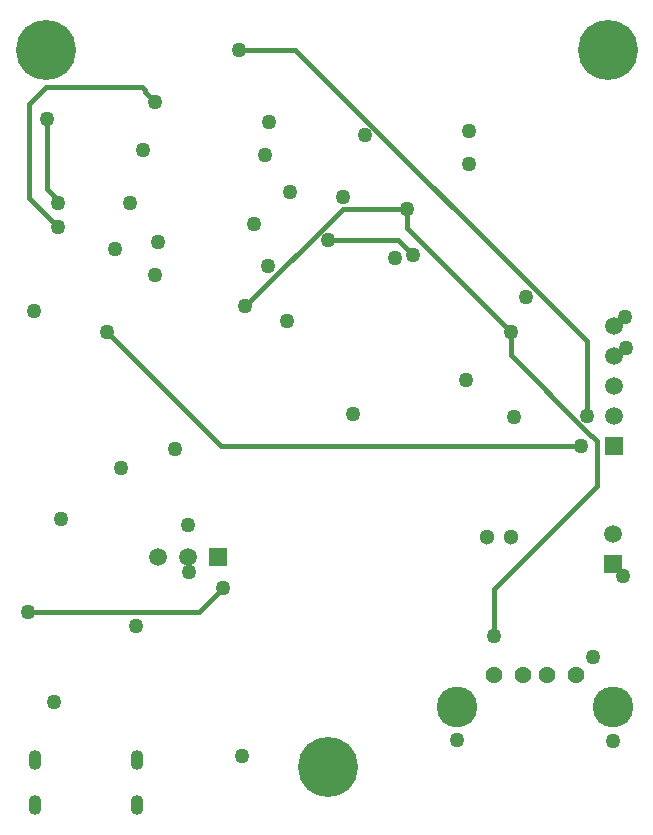
<source format=gbr>
G04*
G04 #@! TF.GenerationSoftware,Altium Limited,Altium Designer,25.2.1 (25)*
G04*
G04 Layer_Physical_Order=4*
G04 Layer_Color=16711680*
%FSLAX25Y25*%
%MOIN*%
G70*
G04*
G04 #@! TF.SameCoordinates,CDFB58AD-87DA-4B59-9970-4E5CFD4F10CE*
G04*
G04*
G04 #@! TF.FilePolarity,Positive*
G04*
G01*
G75*
G04:AMPARAMS|DCode=60|XSize=43.31mil|YSize=66.93mil|CornerRadius=21.65mil|HoleSize=0mil|Usage=FLASHONLY|Rotation=0.000|XOffset=0mil|YOffset=0mil|HoleType=Round|Shape=RoundedRectangle|*
%AMROUNDEDRECTD60*
21,1,0.04331,0.02362,0,0,0.0*
21,1,0.00000,0.06693,0,0,0.0*
1,1,0.04331,0.00000,-0.01181*
1,1,0.04331,0.00000,-0.01181*
1,1,0.04331,0.00000,0.01181*
1,1,0.04331,0.00000,0.01181*
%
%ADD60ROUNDEDRECTD60*%
%ADD69C,0.01500*%
%ADD70R,0.05906X0.05906*%
%ADD71C,0.05906*%
%ADD72C,0.13583*%
%ADD73C,0.05634*%
%ADD74C,0.20000*%
%ADD75R,0.05906X0.05906*%
%ADD76C,0.05118*%
%ADD77C,0.05000*%
D60*
X527524Y113224D02*
D03*
X493508D02*
D03*
X527524Y128185D02*
D03*
X493508D02*
D03*
D69*
X529286Y352500D02*
X530165Y351621D01*
X491500Y347000D02*
X497000Y352500D01*
X529286D01*
X530165Y350883D02*
Y351621D01*
X614500Y301500D02*
X619500Y296500D01*
X591000Y301500D02*
X614500D01*
X563500Y279500D02*
X596000Y312000D01*
X617500D01*
X555500Y233000D02*
X675500D01*
X652000Y263197D02*
Y271000D01*
Y263197D02*
X677197Y238000D01*
X677303D01*
X680750Y234553D01*
Y219625D02*
Y234553D01*
X646500Y185375D02*
X680750Y219625D01*
X646500Y169500D02*
Y185375D01*
X517500Y271000D02*
X555500Y233000D01*
X561500Y365000D02*
X580303D01*
X677500Y267803D01*
Y243000D02*
Y267803D01*
X617500Y305500D02*
X652000Y271000D01*
X617500Y305500D02*
Y312000D01*
X533500Y347500D02*
Y347548D01*
X530165Y350883D02*
X533500Y347548D01*
X491500Y315500D02*
Y347000D01*
Y315500D02*
X501000Y306000D01*
X497500Y318447D02*
Y342000D01*
Y318447D02*
X501000Y314947D01*
Y314000D02*
Y314947D01*
X548000Y177500D02*
X556000Y185500D01*
X491000Y177500D02*
X548000D01*
D70*
X686500Y233000D02*
D03*
X686000Y193500D02*
D03*
D71*
X686500Y243000D02*
D03*
Y253000D02*
D03*
Y263000D02*
D03*
Y273000D02*
D03*
X544500Y196000D02*
D03*
X534500D02*
D03*
X686000Y203500D02*
D03*
D72*
Y146000D02*
D03*
X634268D02*
D03*
D73*
X673913Y156669D02*
D03*
X664071D02*
D03*
X656197D02*
D03*
X646354D02*
D03*
D74*
X684500Y365000D02*
D03*
X497000D02*
D03*
X591000Y126000D02*
D03*
D75*
X554500Y196000D02*
D03*
D76*
X652000Y202500D02*
D03*
X644126D02*
D03*
D77*
X562500Y129500D02*
D03*
X690500Y265500D02*
D03*
X634000Y135000D02*
D03*
X686000Y134500D02*
D03*
X596000Y315750D02*
D03*
X591000Y301500D02*
D03*
X571000Y293000D02*
D03*
X619500Y296500D02*
D03*
X675500Y233000D02*
D03*
X637000Y255000D02*
D03*
X646500Y169500D02*
D03*
X517500Y271000D02*
D03*
X677500Y243000D02*
D03*
X561500Y365000D02*
D03*
X563500Y279500D02*
D03*
X617500Y312000D02*
D03*
X652000Y271000D02*
D03*
X520000Y298500D02*
D03*
X638000Y327000D02*
D03*
Y338000D02*
D03*
X566500Y307000D02*
D03*
X533500Y290000D02*
D03*
X570000Y330000D02*
D03*
X540000Y232000D02*
D03*
X525000Y314000D02*
D03*
X533500Y347500D02*
D03*
X497500Y342000D02*
D03*
X501000Y306000D02*
D03*
Y314000D02*
D03*
X502000Y208500D02*
D03*
X534500Y301000D02*
D03*
X603500Y336500D02*
D03*
X577500Y274500D02*
D03*
X544795Y190914D02*
D03*
X679500Y162500D02*
D03*
X689500Y189500D02*
D03*
X690000Y276000D02*
D03*
X599500Y243500D02*
D03*
X653000Y242500D02*
D03*
X657000Y282500D02*
D03*
X613500Y295500D02*
D03*
X571500Y341000D02*
D03*
X578500Y317500D02*
D03*
X529500Y331500D02*
D03*
X493000Y278000D02*
D03*
X522000Y225500D02*
D03*
X527000Y173000D02*
D03*
X499951Y147451D02*
D03*
X544500Y206500D02*
D03*
X556000Y185500D02*
D03*
X491000Y177500D02*
D03*
M02*

</source>
